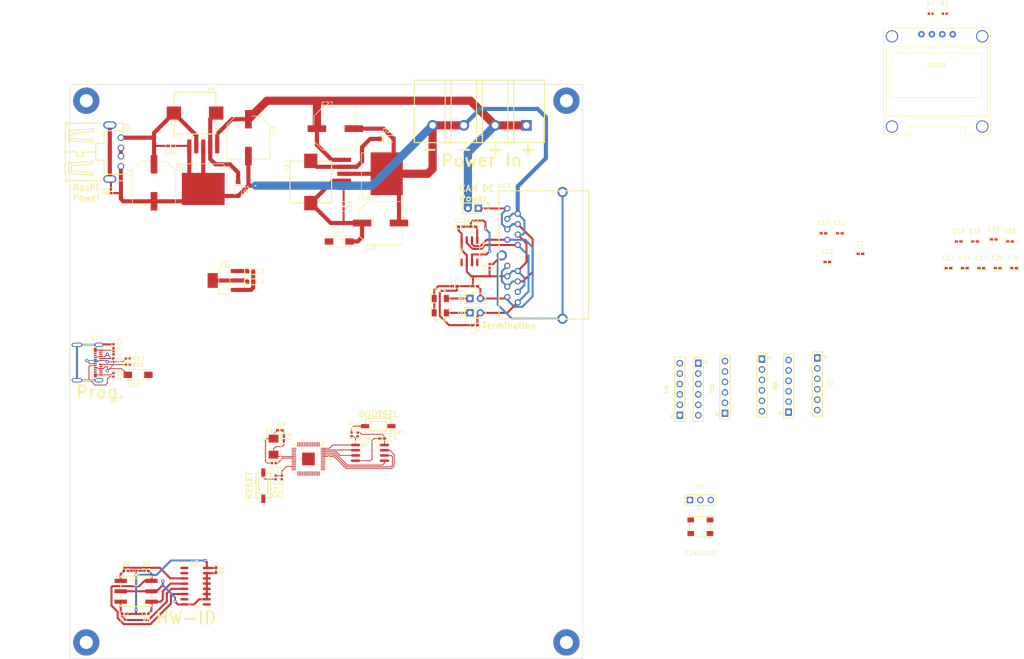
<source format=kicad_pcb>
(kicad_pcb (version 20221018) (generator pcbnew)
  (title_block (title "Dispensy Mainboard") (date "2024-01-12") (rev "0") (company "DrinkRobotics") (comment 1 "https://git.xythobuz.de/thomas/Dispensy") (comment 3 "PCB Thickness: 1mm") (comment 4 "DRAFT DRAFT DRAFT DRAFT DRAFT"))
  (layers (0 "F.Cu" signal) (31 "B.Cu" signal) (34 "B.Paste" user) (35 "F.Paste" user) (36 "B.SilkS" user "B.Silkscreen") (37 "F.SilkS" user "F.Silkscreen") (38 "B.Mask" user) (39 "F.Mask" user) (44 "Edge.Cuts" user))
  (net 0 "")
  (net 1 "GND")
  (net 2 "+3.3V")
  (net 3 "+VDC")
  (net 4 "/External PSU/Vout")
  (net 5 "+5V")
  (net 6 "Net-(U10-XIN)")
  (net 7 "Net-(X1-OSC2)")
  (net 8 "+1V1")
  (net 9 "Net-(U14-CANH)")
  (net 10 "Net-(C25-Pad1)")
  (net 11 "Net-(U14-CANL)")
  (net 12 "/RP2040/5V PSU/Vout")
  (net 13 "Net-(U3-OUT)")
  (net 14 "Net-(U16-OUT)")
  (net 15 "/RP2040/ADC3")
  (net 16 "/RP2040/ADC2")
  (net 17 "/RP2040/ADC1")
  (net 18 "/RP2040/ADC0")
  (net 19 "/RP2040/IO3")
  (net 20 "/RP2040/IO2")
  (net 21 "/RP2040/IO1")
  (net 22 "/RP2040/IO0")
  (net 23 "/RP2040/IO7")
  (net 24 "/RP2040/IO6")
  (net 25 "/RP2040/IO5")
  (net 26 "/RP2040/IO4")
  (net 27 "/RP2040/IO11")
  (net 28 "/RP2040/IO10")
  (net 29 "/RP2040/IO9")
  (net 30 "/RP2040/IO8")
  (net 31 "/RP2040/IO15")
  (net 32 "/RP2040/IO14")
  (net 33 "/RP2040/IO13")
  (net 34 "/RP2040/IO12")
  (net 35 "/RP2040/Debug_Rx")
  (net 36 "/RP2040/Debug_Tx")
  (net 37 "/RP2040/Debug_Data")
  (net 38 "/RP2040/Debug_Clock")
  (net 39 "Net-(U7-DO)")
  (net 40 "Net-(H8-Pad1)")
  (net 41 "Net-(H9-Pad1)")
  (net 42 "Net-(H10-Pad1)")
  (net 43 "/RP2040/I2C_SCL")
  (net 44 "/RP2040/I2C_SDA")
  (net 45 "Net-(U2-SH1)")
  (net 46 "/RP2040/SPI_FLASH.SS")
  (net 47 "Net-(R5-Pad1)")
  (net 48 "Net-(U9-D7)")
  (net 49 "Net-(U9-D6)")
  (net 50 "Net-(U9-D5)")
  (net 51 "Net-(U9-D4)")
  (net 52 "Net-(U10-RUN)")
  (net 53 "Net-(R11-Pad2)")
  (net 54 "Net-(U10-XOUT)")
  (net 55 "/RP2040/USBC.DP")
  (net 56 "Net-(U10-USB_DP)")
  (net 57 "/RP2040/USBC.DM")
  (net 58 "Net-(U10-USB_DM)")
  (net 59 "Net-(U15-CC2)")
  (net 60 "Net-(R16-Pad1)")
  (net 61 "/RP2040/USBC.SHIELD")
  (net 62 "Net-(U15-CC1)")
  (net 63 "Net-(U2-D+)")
  (net 64 "/RP2040/LED_Din")
  (net 65 "/RP2040/SPI_FLASH.SD1")
  (net 66 "/RP2040/SPI_FLASH.SD2")
  (net 67 "/RP2040/SPI_FLASH.SD3")
  (net 68 "/RP2040/SPI_FLASH.SCLK")
  (net 69 "/RP2040/SPI_FLASH.SD0")
  (net 70 "/RP2040/SR_Load")
  (net 71 "/RP2040/SR_Clock")
  (net 73 "/RP2040/SR_Data")
  (net 74 "Net-(U10-GPIO24)")
  (net 75 "Net-(U10-GPIO25)")
  (net 76 "/RP2040/USBC.VBUS")
  (footprint "jlc_footprints:HDR-TH_3P-P2.54-V-F" (layer "F.Cu") (at 188.5 136)
    (fp_text reference "H7")
    (fp_text value "WS2812")
  )
  (footprint "jlc_footprints:C0402" (layer "F.Cu") (at 248.954915 79.5)
    (fp_text reference "C13")
    (fp_text value "1uF")
  )
  (footprint "jlc_footprints:R1206" (layer "F.Cu") (at 125.12987 86.890145)
    (fp_text reference "R19")
    (fp_text value "60R4")
  )
  (footprint "jlc_footprints:TO-263-5_L10.6-W9.6-P1.70-LS15.9-BR" (layer "F.Cu") (at 67.36536 55.016638 90)
    (fp_text reference "U3")
    (fp_text value "LM2576S-5_0_TR")
  )
  (footprint "jlc_footprints:R0402" (layer "F.Cu") (at 86.5 130.5 -90)
    (fp_text reference "R10")
    (fp_text value "10K")
  )
  (footprint "jlc_footprints:CAP-SMD_BD10.0-L10.3-W10.3-FD" (layer "F.Cu") (at 99.565386 45.5)
    (fp_text reference "C27")
    (fp_text value "100uF")
  )
  (footprint "jlc_footprints:HDR-TH_6P-P2.54-V-F" (layer "F.Cu") (at 203.5 108 -90)
    (fp_text reference "H4")
    (fp_text value "IO_C")
  )
  (footprint "jlc_footprints:CONN-TH_4P-P7.62_L15.2-W31.7-EX4.2" (layer "F.Cu") (at 134.675368 44.700026 180)
    (fp_text reference "U1")
    (fp_text value "DBT50G-7_62-4P")
  )
  (footprint "jlc_footprints:R0402" (layer "F.Cu") (at 49 103 180)
    (fp_text reference "R14")
    (fp_text value "27R4")
  )
  (footprint "jlc_footprints:RJ45-TH_DS1129-05-S80BP-X" (layer "F.Cu") (at 147.515373 76.390145 90)
    (fp_text reference "U13")
    (fp_text value "CAN_IO")
  )
  (footprint "jlc_footprints:SOD-123_L2.8-W1.8-LS3.7-RD" (layer "F.Cu") (at 112.065386 48)
    (fp_text reference "D2")
    (fp_text value "MBR340F")
  )
  (footprint "jlc_footprints:C0402" (layer "F.Cu") (at 130.12987 69.390145 180)
    (fp_text reference "C23")
    (fp_text value "47nF")
  )
  (footprint "jlc_footprints:C0402" (layer "F.Cu") (at 222.5 71)
    (fp_text reference "C11")
    (fp_text value "100nF")
  )
  (footprint "jlc_footprints:CAP-SMD_BD10.0-L10.3-W10.3-FD" (layer "F.Cu") (at 78.36536 47.700026 -90)
    (fp_text reference "C2")
    (fp_text value "100uF")
  )
  (footprint "jlc_footprints:R0402" (layer "F.Cu") (at 53.5 153.235585)
    (fp_text reference "R6")
    (fp_text value "10K")
  )
  (footprint "jlc_footprints:C0402" (layer "F.Cu") (at 227.5 76)
    (fp_text reference "C1")
    (fp_text value "100nF")
  )
  (footprint "jlc_footprints:R0402" (layer "F.Cu") (at 49 101.5 180)
    (fp_text reference "R13")
    (fp_text value "27R4")
  )
  (footprint "jlc_footprints:C0402" (layer "F.Cu") (at 260.954915 79.5)
    (fp_text reference "C21")
    (fp_text value "100nF")
  )
  (footprint "jlc_footprints:C0402" (layer "F.Cu") (at 133.62987 83.890145)
    (fp_text reference "C26")
    (fp_text value "100pF")
  )
  (footprint "jlc_footprints:HDR-TH_6P-P2.54-V-F" (layer "F.Cu") (at 183.5 109 90)
    (fp_text reference "H6")
    (fp_text value "Debug")
  )
  (footprint "jlc_footprints:C0402" (layer "F.Cu") (at 263.954915 73)
    (fp_text reference "C16")
    (fp_text value "100nF")
  )
  (footprint "jlc_footprints:SOT-223-4_L6.5-W3.5-P2.30-LS7.0-BR" (layer "F.Cu") (at 72.5 82.5)
    (fp_text reference "U5")
    (fp_text value "AMS1117-3_3_C347222")
  )
  (footprint "jlc_footprints:SOIC-8_L5.0-W4.0-P1.27-LS6.0-BL" (layer "F.Cu") (at 132.224866 75.390145)
    (fp_text reference "U14")
    (fp_text value "TJA1042T_3_1J")
  )
  (footprint "jlc_footprints:LED-SMD_4P-L5.0-W5.0-LS5.4-TL-1" (layer "F.Cu") (at 188.5 142.5)
    (fp_text reference "U7")
    (fp_text value "WS2812E-V5")
  )
  (footprint "MountingHole:MountingHole_3.2mm_M3_Pad_TopBottom" (layer "F.Cu") (at 155.86536 38.700026)
    (fp_text reference "H12" hide)
    (fp_text value "MountingHole" hide)
  )
  (footprint "jlc_footprints:HDR-TH_6P-P2.54-V-F" (layer "F.Cu") (at 194.5 108.5 90)
    (fp_text reference "H1")
    (fp_text value "IO_ADC")
  )
  (footprint "jlc_footprints:R0402" (layer "F.Cu") (at 44.86536 60.767209 90)
    (fp_text reference "R3")
    (fp_text value "1M")
  )
  (footprint "jlc_footprints:C0402" (layer "F.Cu") (at 110.954788 121 180)
    (fp_text reference "C7")
    (fp_text value "100nF")
  )
  (footprint "jlc_footprints:C0402" (layer "F.Cu") (at 86.044958 119 180)
    (fp_text reference "C9")
    (fp_text value "27p")
  )
  (footprint "jlc_footprints:HDR-TH_2P-P2.54-V-M-1" (layer "F.Cu") (at 133.12987 64.890145 180)
    (fp_text reference "H8")
    (fp_text value "PWR")
  )
  (footprint "jlc_footprints:HDR-TH_6P-P2.54-V-F" (layer "F.Cu") (at 188 109 -90)
    (fp_text reference "H2")
    (fp_text value "IO_A")
  )
  (footprint "jlc_footprints:R0402" (layer "F.Cu") (at 244.634366 17.5)
    (fp_text reference "R1")
    (fp_text value "10K")
  )
  (footprint "jlc_footprints:R0402" (layer "F.Cu") (at 45.5 101 90)
    (fp_text reference "R20")
    (fp_text value "5K1")
  )
  (footprint "jlc_footprints:C0402" (layer "F.Cu") (at 251.454915 73)
    (fp_text reference "C18")
    (fp_text value "100nF")
  )
  (footprint "jlc_footprints:USB-C-SMD_TYPE-C-USB-18" (layer "F.Cu") (at 39.5 102.5 -90)
    (fp_text reference "U15")
    (fp_text value "USB-C")
  )
  (footprint "jlc_footprints:C0402" (layer "F.Cu") (at 219.454915 78)
    (fp_text reference "C12")
    (fp_text value "1uF")
  )
  (footprint "jlc_footprints:OSC-SMD_2P-L5.0-W3.2" (layer "F.Cu") (at 84.499873 123 90)
    (fp_text reference "X1")
    (fp_text value "12MHz")
  )
  (footprint "jlc_footprints:SW-SMD_L6.1-W3.6-LS6.6" (layer "F.Cu") (at 109.999873 118)
    (fp_text reference "SW1")
    (fp_text value "BOOTSEL")
  )
  (footprint "MountingHole:MountingHole_3.2mm_M3_Pad_TopBottom" (layer "F.Cu") (at 38.86536 38.700026)
    (fp_text reference "H11" hide)
    (fp_text value "MountingHole" hide)
  )
  (footprint "jlc_footprints:TO-263-5_L10.6-W9.6-P1.70-LS15.9-BR" (layer "F.Cu") (at 106.881998 56.5 180)
    (fp_text reference "U16")
    (fp_text value "LM2576S-5_0_TR")
  )
  (footprint "jlc_footprints:R0402" (layer "F.Cu") (at 85 130.5 -90)
    (fp_text reference "R11")
    (fp_text value "1K")
  )
  (footprint "jlc_footprints:R0402" (layer "F.Cu") (at 84.567056 127)
    (fp_text reference "R12")
    (fp_text value "1K")
  )
  (footprint "jlc_footprints:HDR-TH_6P-P2.54-V-F" (layer "F.Cu") (at 217 107.729997 -90)
    (fp_text reference "H3")
    (fp_text value "IO_B")
  )
  (footprint "jlc_footprints:SW-SMD_L6.1-W3.6-LS6.6" (layer "F.Cu") (at 82 132.5 -90)
    (fp_text reference "SW2")
    (fp_text value "RESET")
  )
  (footprint "jlc_footprints:R0402" (layer "F.Cu") (at 45.5 98.5 -90)
    (fp_text reference "R17")
    (fp_text value "1M")
  )
  (footprint "jlc_footprints:R0402" (layer "F.Cu") (at 104.999873 120 -90)
    (fp_text reference "R4")
    (fp_text value "10K")
  )
  (footprint "jlc_footprints:R0402" (layer "F.Cu") (at 45.5 105.5 90)
    (fp_text reference "R15")
    (fp_text value "5K1")
  )
  (footprint "jlc_footprints:C0402" (layer "F.Cu") (at 264.954915 79.5)
    (fp_text reference "C20")
    (fp_text value "100nF")
  )
  (footprint "jlc_footprints:SOIC-8_L5.3-W5.3-P1.27-LS8.0-BL" (layer "F.Cu") (at 107.999873 124.5 -90)
    (fp_text reference "U8")
    (fp_text value "W25Q128JVSIQ")
  )
  (footprint "jlc_footprints:C0402" (layer "F.Cu") (at 133.62987 93.390145 180)
    (fp_text reference "C24")
    (fp_text value "100pF")
  )
  (footprint "jlc_footprints:SMA_L4.4-W2.8-LS5.4-R-RD" (layer "F.Cu") (at 100.5 73)
    (fp_text reference "U11")
    (fp_text value "SS54_C22452")
  )
  (footprint "MountingHole:MountingHole_3.2mm_M3_Pad_TopBottom" (layer "F.Cu") (at 155.86536 170.700026)
    (fp_text reference "H14" hide)
    (fp_text value "MountingHole" hide)
  )
  (footprint "jlc_footprints:CAP-SMD_BD10.0-L10.3-W10.3-LS11.3-FD" (layer "F.Cu") (at 55.36536 58.700026 -90)
    (fp_text reference "C3")
    (fp_text value "1000uF")
  )
  (footprint "jlc_footprints:CAP-SMD_BD10.0-L10.3-W10.3-LS11.3-FD" (layer "F.Cu") (at 110.565386 68.5)
    (fp_text reference "C28")
    (fp_text value "1000uF")
  )
  (footprint "jlc_footprints:C0402" (layer "F.Cu") (at 218.5 71)
    (fp_text reference "C10")
    (fp_text value "100nF")
  )
  (footprint "jlc_footprints:C0603" (layer "F.Cu") (at 78.8349 80.299975)
    (fp_text reference "C5")
    (fp_text value "10uF")
  )
  (footprint "jlc_footprints:C0402" (layer "F.Cu") (at 255.454915 73)
    (fp_text reference "C19")
    (fp_text value "100nF")
  )
  (footprint "jlc_footprints:C0402" (layer "F.Cu") (at 260 72.5)
    (fp_text reference "C15")
    (fp_text value "100nF")
  )
  (footprint "jlc_footprints:R0402" (layer "F.Cu") (at 137.12987 78.957328 -90)
    (fp_text reference "R16")
    (fp_text value "1M")
  )
  (footprint "jlc_footprints:SMA_L4.4-W2.8-LS5.4-R-RD" (layer "F.Cu") (at 51.5 105.5 180)
    (fp_text reference "U12")
    (fp_text value "SS54_C22452")
  )
  (footprint "jlc_footprints:R0402" (layer "F.Cu") (at 103.499873 120 -90)
    (fp_text reference "R5")
    (fp_text value "1K")
  )
  (footprint "jlc_footprints:SW-SMD_SM_SKCR-16S" (layer "F.Cu") (at 51 158.235585 90)
    (fp_text reference "U6")
    (fp_text value "SKCR-16S")
  )
  (footprint "jlc_footprints:C0603" (layer "F.Cu") (at 78.8349 82.799975)
    (fp_text reference "C4")
    (fp_text value "10uF")
  )
  (footprint "jlc_footprints:C0402" (layer "F.Cu") (at 128.62987 83.890145)
    (fp_text reference "C25")
    (fp_text value "4.7nF")
  )
  (footprint "jlc_footprints:C0402" (layer "F.Cu") (at 252.954915 79.5)
    (fp_text reference "C14")
    (fp_text value "100nF")
  )
  (footprint "jlc_footprints:R1206" (layer "F.Cu") (at 125.12987 90.390145 180)
    (fp_text reference "R18")
    (fp_text value "60R4")
  )
  (footprint "jlc_footprints:USB-A-TH_USB-302-T" (layer "F.Cu") (at 45.956673 51.200026 -90)
    (fp_text reference "U2")
    (fp_text value "USB-A")
  )
  (footprint "jlc_footprints:C0402" (layer "F.Cu") (at 70.5 153.045085 90)
    (fp_text reference "C6")
    (fp_text value "100nF")
  )
  (footprint "jlc_footprints:SOIC-16_L9.9-W3.9-P1.27-LS6.0-BL" (layer "F.Cu") (at 65.5 157 -90)
    (fp_text reference "U9")
    (fp_text value "74HC165D,653")
  )
  (footprint "jlc_footprints:R0402" (layer "F.Cu") (at 248.067183 17.5)
    (fp_text reference "R2")
    (fp_text value "10K")
  )
  (footprint "MountingHole:MountingHole_3.2mm_M3_Pad_TopBottom" (layer "F.Cu") (at 38.86536 170.700026)
    (fp_text reference "H13" hide)
    (fp_text value "MountingHole" hide)
  )
  (footprint "jlc_footprints:SOD-123_L2.8-W1.8-LS3.7-RD" (layer "F.Cu") (at 75.86536 60.200026 -90)
    (fp_text reference "D1")
    (fp_text value "MBR340F")
  )
  (footprint "jlc_footprints:IND-SMD_L11.5-W10.0_YSPI1050" (layer "F.Cu") (at 93.565386 58.5 -90)
    (fp_text reference "U17")
    (fp_text value "100uH")
  )
  (footprint "jlc_footprints:LQFN-56_L7.0-W7.0-P0.4-EP" (layer "F.Cu") (at 92.999873 126 -90)
    (fp_text reference "U10")
    (fp_text value "RP2040")
  )
  (footprint "jlc_footprints:HDR-TH_6P-P2.54-V-F" (layer "F.Cu") (at 210 108.229997 90)
    (fp_text reference "H5")
    (fp_text value "IO_D")
  )
  (footprint "jlc_footprints:IND-SMD_L11.5-W10.0_YSPI1050" (layer "F.Cu") (at 65.36536 41.700026 180)
    (fp_text reference "U4")
    (fp_text value "100uH")
  )
  (footprint "jlc_footprints:R0402" (layer "F.Cu") (at 53.5 163.735585)
    (fp_text reference "R8")
    (fp_text value "10K")
  )
  (footprint "jlc_footprints:C0402" (layer "F.Cu") (at 86.999873 121 -90)
    (fp_text reference "C8")
    (fp_text value "27p")
  )
  (footprint "jlc_footprints:C0402" (layer "F.Cu") (at 59.410445 49.700026 180)
    (fp_text reference "C29")
    (fp_text value "100nF")
  )
  (footprint "jlc_footprints:R0402" (layer "F.Cu") (at 48.5 153.235585 180)
    (fp_text reference "R9")
    (fp_text value "10K")
  )
  (footprint "extern:SSD1306_0.96_Oled" (layer "F.Cu") (at 233.19 47)
    (fp_text reference "OLED1")
    (fp_text value "SSD1306")
  )
  (footprint "jlc_footprints:C0402" (layer "F.Cu") (at 133.12987 69.390145)
    (fp_text reference "C22")
    (fp_text value "100nF")
  )
  (footprint "jlc_footprints:C0402" (layer "F.Cu") (at 256.954915 79.5)
    (fp_text reference "C17")
    (fp_text value "100nF")
  )
  (footprint "jlc_footprints:HDR-TH_2P-P2.54-V-M-1" (layer "F.Cu") (at 133.62987 86.890145)
    (fp_text reference "H10")
    (fp_text value "T_CL")
  )
  (footprint "jlc_footprints:R0402" (layer "F.Cu") (at 48.067183 163.735585 180)
    (fp_text reference "R7")
    (fp_text value "10K")
  )
  (footprint "jlc_footprints:HDR-TH_2P-P2.54-V-M-1" (layer "F.Cu") (at 133.62987 90.390145)
    (fp_text reference "H9")
    (fp_text value "T_CH")
  )
  (footprint "jlc_footprints:C0402" (layer "F.Cu") (at 101.565386 64.454915 -90)
    (fp_text reference "C30")
    (fp_text value "100nF")
  )
  (gr_rect (start 34.86536 34.700026) (end 159.86536 174.700026) (stroke (width 0.1)) (fill none) (layer "Edge.Cuts"))
  (gr_text "BOOTSEL" (at 104.999873 116) (layer "F.SilkS") (effects (font (size 1.5 1.5) (thickness 0.3) bold) (justify left bottom)))
  (gr_text "Power In" (at 125 55) (layer "F.SilkS") (effects (font (size 3 3) (thickness 0.5) bold) (justify left bottom)))
  (gr_text "-" (at 120.36536 52.200026) (layer "F.SilkS") (effects (font (size 3 3) (thickness 0.5) bold) (justify left bottom)))
  (gr_text "Termination" (at 135.12987 94.390145) (layer "F.SilkS") (effects (font (size 1.5 1.5) (thickness 0.3) bold) (justify left bottom)))
  (gr_text "+" (at 136.36536 52.200026) (layer "F.SilkS") (effects (font (size 3 3) (thickness 0.5) bold) (justify left bottom)))
  (gr_text "RasPi\nPower" (at 35.36536 63.200026) (layer "F.SilkS") (effects (font (size 1.5 1.5) (thickness 0.3) bold) (justify left bottom)))
  (gr_text "HW-ID" (at 55.5 166.5) (layer "F.SilkS") (effects (font (size 3 3) (thickness 0.5) bold) (justify left bottom)))
  (gr_text "Prog." (at 36 111.5) (layer "F.SilkS") (effects (font (size 3 3) (thickness 0.5) bold) (justify left bottom)))
  (gr_text "+" (at 144.36536 52.200026) (layer "F.SilkS") (effects (font (size 3 3) (thickness 0.5) bold) (justify left bottom)))
  (gr_text "RESET" (at 79.5 136 90) (layer "F.SilkS") (effects (font (size 1.5 1.5) (thickness 0.3) bold) (justify left bottom)))
  (gr_text "CAN DC\nPower" (at 129.62987 63.390145) (layer "F.SilkS") (effects (font (size 1.5 1.5) (thickness 0.3) bold) (justify left bottom)))
  (gr_text "-" (at 128.86536 52.200026) (layer "F.SilkS") (effects (font (size 3 3) (thickness 0.5) bold) (justify left bottom)))
  (segment (start 78.36536 59.392431) (end 75.86536 61.892431) (width 1) (layer "F.Cu") (net 1))
  (segment (start 75.86536 61.892431) (end 69.057765 61.892431) (width 1) (layer "F.Cu") (net 1))
  (segment (start 68.235585 157.635001) (end 68.235585 156.364999) (width 0.5) (layer "F.Cu") (net 1))
  (segment (start 67.36536 49.83325) (end 67.36536 60.200026) (width 1) (layer "F.Cu") (net 1))
  (segment (start 45.5 98.932817) (end 45.5 99.5) (width 0.5) (layer "F.Cu") (net 1))
  (segment (start 44.929998 105.5) (end 45.362815 105.067183) (width 0.2) (layer "F.Cu") (net 1))
  (segment (start 133.084785 83.890145) (end 133.084785 81.515113) (width 0.5) (layer "F.Cu") (net 1))
  (segment (start 57.5 155.735585) (end 57.5 156.735585) (width 0.5) (layer "F.Cu") (net 1))
  (segment (start 47.865233 63.199899) (end 55.36536 63.199899) (width 1) (layer "F.Cu") (net 1))
  (segment (start 113.757791 54.807595) (end 112.065386 56.5) (width 1) (layer "F.Cu") (net 1))
  (segment (start 115.065259 68.5) (end 115.065259 59.499873) (width 1) (layer "F.Cu") (net 1))
  (segment (start 108.499873 121.5) (end 108.999873 121) (width 0.2) (layer "F.Cu") (net 1))
  (segment (start 129 85) (end 129.174955 84.825045) (width 0.5) (layer "F.Cu") (net 1))
  (segment (start 125.5 85) (end 129 85) (width 0.5) (layer "F.Cu") (net 1))
  (segment (start 108.499873 126) (end 108.499873 121.5) (width 0.2) (layer "F.Cu") (net 1))
  (segment (start 144.000362 80.200026) (end 146.12987 78.070518) (width 0.5) (layer "F.Cu") (net 1))
  (segment (start 64.365487 63.199899) (end 67.36536 60.200026) (width 1) (layer "F.Cu") (net 1))
  (segment (start 86.590043 119) (end 86.999873 119.40983) (width 0.2) (layer "F.Cu") (net 1))
  (segment (start 131.589865 80.35014) (end 132.709753 81.470028) (width 0.5) (layer "F.Cu") (net 1))
  (segment (start 108.665335 59.900051) (end 112.065386 56.5) (width 1) (layer "F.Cu") (net 1))
  (segment (start 68.235585 158.905004) (end 68.235585 157.635001) (width 0.5) (layer "F.Cu") (net 1))
  (segment (start 42.409957 99.5) (end 41.16002 99.5) (width 0.2) (layer "F.Cu") (net 1))
  (segment (start 125 85.5) (end 125.5 85) (width 0.5) (layer "F.Cu") (net 1))
  (segment (start 41.16002 105.5) (end 41.059944 105.600076) (width 0.2) (layer "F.Cu") (net 1))
  (segment (start 113.757791 48) (end 113.757791 54.807595) (width 1) (layer "F.Cu") (net 1))
  (segment (start 45.362815 105.067183) (end 45.5 105.067183) (width 0.2) (layer "F.Cu") (net 1))
  (segment (start 127.254394 93.390145) (end 125 91.135751) (width 0.5) (layer "F.Cu") (net 1))
  (segment (start 70.265176 153.824994) (end 70.5 153.59017) (width 0.5) (layer "F.Cu") (net 1))
  (segment (start 79.534925 80.299975) (end 79.534925 82.799975) (width 1) (layer "F.Cu") (net 1))
  (segment (start 45.5 99.5) (end 45.5 100.567183) (width 0.5) (layer "F.Cu") (net 1))
  (segment (start 69.057765 61.892431) (end 67.36536 60.200026) (width 1) (layer "F.Cu") (net 1))
  (segment (start 137.12987 79.390145) (end 137.12987 81.470028) (width 0.5) (layer "F.Cu") (net 1))
  (segment (start 78.36536 52.199899) (end 78.36536 59.392431) (width 1) (layer "F.Cu") (net 1))
  (segment (start 104.065259 45.5) (end 111.257791 45.5) (width 1) (layer "F.Cu") (net 1))
  (segment (start 68.235585 160.175006) (end 68.235585 158.905004) (width 0.5) (layer "F.Cu") (net 1))
  (segment (start 65.11557 161.445009) (end 62.764415 161.445009) (width 0.5) (layer "F.Cu") (net 1))
  (segment (start 42.409957 99.5) (end 45.5 99.5) (width 0.2) (layer "F.Cu") (net 1))
  (segment (start 79.534925 84.249975) (end 79.534925 82.799975) (width 1) (layer "F.Cu") (net 1))
  (segment (start 130.86536 44.700026) (end 123.245345 44.700026) (width 2) (layer "F.Cu") (net 1))
  (segment (start 101.69861 56.5) (end 112.065386 56.5) (width 1) (layer "F.Cu") (net 1))
  (segment (start 130.319862 71.080137) (end 129.584785 70.34506) (width 0.5) (layer "F.Cu") (net 1))
  (segment (start 57.5 156.735585) (end 56 158.235585) (width 0.5) (layer "F.Cu") (net 1))
  (segment (start 63.965309 49.83325) (end 63.965309 56.799975) (width 1) (layer "F.Cu") (net 1))
  (segment (start 108.094869 126.405004) (end 108.499873 126) (width 0.2) (layer "F.Cu") (net 1))
  (segment (start 115.065259 59.499873) (end 112.065386 56.5) (width 1) (layer "F.Cu") (net 1))
  (segment (start 47.311639 61.200026) (end 47.311639 62.646305) (width 1) (layer "F.Cu") (net 1))
  (segment (start 131.589865 76.35014) (end 130.319862 75.080137) (width 0.5) (layer "F.Cu") (net 1))
  (segment (start 129.174955 84.825045) (end 129.174955 83.890145) (width 0.5) (layer "F.Cu") (net 1))
  (segment (start 108.999873 121) (end 110.409703 121) (width 0.2) (layer "F.Cu") (net 1))
  (segment (start 122.065386 56.5) (end 112.065386 56.5) (width 2) (layer "F.Cu") (net 1))
  (segment (start 41.16002 99.5) (end 41.059944 99.399924) (width 0.2) (layer "F.Cu") (net 1))
  (segment (start 42.409957 105.5) (end 41.16002 105.5) (width 0.2) (layer "F.Cu") (net 1))
  (segment (start 68.235585 160.175006) (end 66.385573 160.175006) (width 0.5) (layer "F.Cu") (net 1))
  (segment (start 125 91.135751) (end 125 85.5) (width 0.5) (layer "F.Cu") (net 1))
  (segment (start 123.245345 44.700026) (end 123.245345 55.320041) (width 2) (layer "F.Cu") (net 1))
  (segment (start 42.409957 105.5) (end 44.929998 105.5) (width 0.2) (layer "F.Cu") (net 1))
  (segment (start 55.36536 63.199899) (end 64.365487 63.199899) (width 1) (layer "F.Cu") (net 1))
  (segment (start 68.235585 153.824994) (end 68.235585 155.094996) (width 0.5) (layer "F.Cu") (net 1))
  (segment (start 68.235585 153.824994) (end 70.265176 153.824994) (width 0.5) (layer "F.Cu") (net 1))
  (segment (start 146.12987 73.439516) (end 144.000362 71.310008) (width 0.5) (layer "F.Cu") (net 1))
  (segment (start 78.984925 84.799975) (end 79.534925 84.249975) (width 1) (layer "F.Cu") (net 1))
  (segment (start 130.319862 75.080137) (end 130.319862 72.68504) (width 0.5) (layer "F.Cu") (net 1))
  (segment (start 133.084785 93.390145) (end 127.254394 93.390145) (width 0.5) (layer "F.Cu") (net 1))
  (segment (start 63.965309 56.799975) (end 67.36536 60.200026) (width 1) (layer "F.Cu") (net 1))
  (segment (start 61.209424 161.445009) (end 60.5 160.735585) (width 0.5) (layer "F.Cu") (net 1))
  (segment (start 47.311639 54.700153) (end 47.311639 61.200026) (width 1) (layer "F.Cu") (net 1))
  (segment (start 133.12987 81.470028) (end 137.12987 81.470028) (width 0.5) (layer "F.Cu") (net 1))
  (segment (start 146.12987 78.070518) (end 146.12987 73.439516) (width 0.5) (layer "F.Cu") (net 1))
  (segment (start 59.95553 49.700026) (end 63.832085 49.700026) (width 0.5) (layer "F.Cu") (net 1))
  (segment (start 104.469774 126.405004) (end 108.094869 126.405004) (width 0.2) (layer "F.Cu") (net 1))
  (segment (start 129.584785 69.390145) (end 129.584785 70.34506) (width 0.5) (layer "F.Cu") (net 1))
  (segment (start 56 158.235585) (end 54.750064 158.235585) (width 0.5) (layer "F.Cu") (net 1))
  (segment (start 101.565386 60.033275) (end 101.69861 59.900051) (width 0.5) (layer "F.Cu") (net 1))
  (segment (start 101.69861 59.900051) (end 108.665335 59.900051) (width 1) (layer "F.Cu") (net 1))
  (segment (start 130.319862 72.68504) (end 130.319862 71.080137) (width 0.5) (layer "F.Cu") (net 1))
  (segment (start 86.999873 119.40983) (end 86.999873 120.454915) (width 0.2) (layer "F.Cu") (net 1))
  (segment (start 47.311639 62.646305) (end 47.865233 63.199899) (width 1) (layer "F.Cu") (net 1))
  (segment (start 44.86536 61.200026) (end 47.311639 61.200026) (width 0.5) (layer "F.Cu") (net 1))
  (segment (start 123.245345 55.320041) (end 122.065386 56.5) (width 2) (layer "F.Cu") (net 1))
  (segment (start 47.249936 158.235585) (end 54.750064 158.235585) (width 0.5) (layer "F.Cu") (net 1))
  (segment (start 62.764415 161.445009) (end 61.209424 161.445009) (width 0.5) (layer "F.Cu") (net 1))
  (segment (start 137.12987 81.470028) (end 141.460356 81.470028) (width 0.5) (layer "F.Cu") (net 1))
  (segment (start 111.257791 45.5) (end 113.757791 48) (width 1) (layer "F.Cu") (net 1))
  (segment (start 132.709753 81.470028) (end 133.12987 81.470028) (width 0.5) (layer "F.Cu") (net 1))
  (segment (start 75.3349 84.799975) (end 78.984925 84.799975) (width 1) (layer "F.Cu") (net 1))
  (segment (start 66.385573 160.175006) (end 65.11557 161.445009) (width 0.5) (layer "F.Cu") (net 1))
  (segment (start 101.565386 63.90983) (end 101.565386 60.033275) (width 0.5) (layer "F.Cu") (net 1))
  (segment (start 133.084785 83.890145) (end 129.174955 83.890145) (width 0.5) (layer "F.Cu") (net 1))
  (segment (start 63.832085 49.700026) (end 63.965309 49.83325) (width 0.5) (layer "F.Cu") (net 1))
  (segment (start 78.36536 59.392431) (end 80.107569 59.392431) (width 1) (layer "F.Cu") (net 1))
  (segment (start 131.589865 78.09525) (end 131.589865 76.35014) (width 0.5) (layer "F.Cu") (net 1))
  (segment (start 131.589865 78.09525) (end 131.589865 80.35014) (width 0.5) (layer "F.Cu") (net 1))
  (segment (start 133.084785 81.515113) (end 133.12987 81.470028) (width 0.5) (layer "F.Cu") (net 1))
  (segment (start 68.235585 156.364999) (end 68.235585 155.094996) (width 0.5) (layer "F.Cu") (net 1))
  (via (at 60.5 160.735585) (size 0.8) (drill 0.4) (layers "F.Cu" "B.Cu") (net 1))
  (via (at 80.107569 59.392431) (size 0.8) (drill 0.4) (layers "F.Cu" "B.Cu") (net 1))
  (via (at 57.5 155.735585) (size 0.8) (drill 0.4) (layers "F.Cu" "B.Cu") (net 1))
  (segment (start 108.55294 59.392431) (end 123.245345 44.700026) (width 2) (layer "B.Cu") (net 1))
  (segment (start 145.62987 81.829534) (end 144.000362 80.200026) (width 0.5) (layer "B.Cu") (net 1))
  (segment (start 142.730358 80.200026) (end 141.460356 81.470028) (width 0.5) (layer "B.Cu") (net 1))
  (segment (start 57.5 156.735585) (end 57.5 155.735585) (width 0.5) (layer "B.Cu") (net 1))
  (segment (start 145.62987 83.650528) (end 145.62987 81.829534) (width 0.5) (layer "B.Cu") (net 1))
  (segment (start 60.5 159.735585) (end 57.5 156.735585) (width 0.5) (layer "B.Cu") (net 1))
  (segment (start 144.000362 80.200026) (end 142.730358 80.200026) (width 0.5) (layer "B.Cu") (net 1))
  (segment (start 134.86536 40.700026) (end 130.86536 44.700026) (width 1) (layer "B.Cu") (net 1))
  (segment (start 144.000362 71.310008) (end 145.210007 71.310008) (width 0.5) (layer "B.Cu") (net 1))
  (segment (start 142.730358 66.229998) (end 141.460356 67.5) (width 0.5) (layer "B.Cu") (net 1))
  (segment (start 60.5 160.735585) (end 60.5 159.735585) (width 0.5) (layer "B.Cu") (net 1))
  (segment (start 145.62987 67.859506) (end 144.000362 66.229998) (width 0.5) (layer "B.Cu") (net 1))
  (segment (start 145.210007 71.310008) (end 145.62987 70.890145) (width 0.5) (layer "B.Cu") (net 1))
  (segment (start 80.107569 59.392431) (end 108.55294 59.392431) (width 2) (layer "B.Cu") (net 1))
  (segment (start 148.86536 40.700026) (end 134.86536 40.700026) (width 1) (layer "B.Cu") (net 1))
  (segment (start 144.000362 85.280036) (end 145.62987 83.650528) (width 0.5) (layer "B.Cu") (net 1))
  (segment (start 150.86536 52.700026) (end 150.86536 42.700026) (width 1) (layer "B.Cu") (net 1))
  (segment (start 150.86536 42.700026) (end 148.86536 40.700026) (width 1) (layer "B.Cu") (net 1))
  (segment (start 144.000362 66.229998) (end 142.730358 66.229998) (width 0.5) (layer "B.Cu") (net 1))
  (segment (start 145.62987 70.890145) (end 145.62987 67.859506) (width 0.5) (layer "B.Cu") (net 1))
  (segment (start 144.000362 59.565024) (end 150.86536 52.700026) (width 1) (layer "B.Cu") (net 1))
  (segment (start 144.000362 66.229998) (end 144.000362 59.565024) (width 1) (layer "B.Cu") (net 1))
  (segment (start 68.235585 152.554991) (end 70.445009 152.554991) (width 0.5) (layer "F.Cu") (net 2))
  (segment (start 111.499873 120.5) (end 110.999873 120) (width 0.2) (layer "F.Cu") (net 2))
  (segment (start 68.235585 151.146176) (end 67.824994 150.735585) (width 0.5) (layer "F.Cu") (net 2))
  (segment (start 111.529972 122.594996) (end 111.529972 121.030099) (width 0.2) (layer "F.Cu") (net 2))
  (segment (start 53.067183 163.735585) (end 51 163.735585) (width 0.5) (layer "F.Cu") (net 2))
  (segment (start 77.8349 82.5) (end 78.134875 82.799975) (width 1) (layer "F.Cu") (net 2))
  (segment (start 134.12987 69.84506) (end 133.674955 69.390145) (width 0.5) (layer "F.Cu") (net 2))
  (segment (start 134.12987 72.68504) (end 134.12987 69.84506) (width 0.5) (layer "F.Cu") (net 2))
  (segment (start 111.499873 121) (end 111.499873 120.5) (width 0.2) (layer "F.Cu") (net 2))
  (segment (start 111.529972 121.030099) (end 111.499873 121) (width 0.2) (layer "F.Cu") (net 2))
  (segment (start 51 163.735585) (end 48.5 163.735585) (width 0.5) (layer "F.Cu") (net 2))
  (segment (start 75.3349 82.5) (end 77.8349 82.5) (width 1) (layer "F.Cu") (net 2))
  (segment (start 110.999873 120) (end 105.999873 120) (width 0.2) (layer "F.Cu") (net 2))
  (segment (start 51 162.735585) (end 51 163.735585) (width 0.5) (layer "F.Cu") (net 2))
  (segment (start 75.3349 82.5) (end 69.6651 82.5) (width 1) (layer "F.Cu") (net 2))
  (segment (start 51 153.235585) (end 51 154.235585) (width 0.5) (layer "F.Cu") (net 2))
  (segment (start 70.445009 152.554991) (end 70.5 152.5) (width 0.5) (layer "F.Cu") (net 2))
  (segment (start 51 153.235585) (end 48.932817 153.235585) (width 0.5) (layer "F.Cu") (net 2))
  (segment (start 68.235585 152.554991) (end 68.235585 151.146176) (width 0.5) (layer "F.Cu") (net 2))
  (segment (start 105.567056 119.567183) (end 104.999873 119.567183) (width 0.2) (layer "F.Cu") (net 2))
  (segment (start 53.067183 153.235585) (end 51 153.235585) (width 0.5) (layer "F.Cu") (net 2))
  (segment (start 105.999873 120) (end 105.567056 119.567183) (width 0.2) (layer "F.Cu") (net 2))
  (via (at 51 154.235585) (size 0.8) (drill 0.4) (layers "F.Cu" "B.Cu") (net 2))
  (via (at 51 162.735585) (size 0.8) (drill 0.4) (layers "F.Cu" "B.Cu") (net 2))
  (via (at 67.824994 150.735585) (size 0.8) (drill 0.4) (layers "F.Cu" "B.Cu") (net 2))
  (segment (start 56 154.235585) (end 51 154.235585) (width 0.5) (layer "B.Cu") (net 2))
  (segment (start 59.5 150.735585) (end 56 154.235585) (width 0.5) (layer "B.Cu") (net 2))
  (segment (start 59.5 150.735585) (end 67.824994 150.735585) (width 0.5) (layer "B.Cu") (net 2))
  (segment (start 51 154.235585) (end 51 162.735585) (width 0.5) (layer "B.Cu") (net 2))
  (segment (start 74.365233 43.200153) (end 78.36536 43.200153) (width 1) (layer "F.Cu") (net 3))
  (segment (start 101.69861 53.099949) (end 98.665335 53.099949) (width 1) (layer "F.Cu") (net 3))
  (segment (start 82.865487 38.700026) (end 78.36536 43.200153) (width 2) (layer "F.Cu") (net 3))
  (segment (start 132.485376 38.700026) (end 94.86536 38.700026) (width 2) (layer "F.Cu") (net 3))
  (segment (start 98.665335 53.099949) (end 95.065513 49.500127) (width 1) (layer "F.Cu") (net 3))
  (segment (start 70.765411 49.83325) (end 70.765411 46.799975) (width 1) (layer "F.Cu") (net 3))
  (segment (start 138.485376 44.700026) (end 132.485376 38.700026) (width 2) (layer "F.Cu") (net 3))
  (segment (start 95.065513 38.900179) (end 95.065513 45.5) (width 2) (layer "F.Cu") (net 3))
  (segment (start 95.065513 49.500127) (end 95.065513 45.5) (width 1) (layer "F.Cu") (net 3))
  (segment (start 94.86536 38.700026) (end 82.865487 38.700026) (width 2) (layer "F.Cu") (net 3))
  (segment (start 94.86536 38.700026) (end 95.065513 38.900179) (width 2) (layer "F.Cu") (net 3))
  (segment (start 70.765411 46.799975) (end 74.365233 43.200153) (width 1) (layer "F.Cu") (net 3))
  (segment (start 138.485376 44.700026) (end 146.105391 44.700026) (width 2) (layer "F.Cu") (net 3))
  (segment (start 138.485376 44.700026) (end 131.859867 51.325535) (width 2) (layer "B.Cu") (net 3))
  (segment (start 131.859867 51.325535) (end 131.859867 64.890145) (width 2) (layer "B.Cu") (net 3))
  (segment (start 55.36536 49.700026) (end 55.36536 47.700026) (width 1) (layer "F.Cu") (net 4))
  (segment (start 65.665335 49.83325) (end 65.665335 47.150115) (width 1) (layer "F.Cu") (net 4))
  (segment (start 47.311639 47.700153) (end 55.365233 47.700153) (width 1) (layer "F.Cu") (net 4))
  (segment (start 65.665335 47.150115) (end 60.215246 41.700026) (width 1) (layer "F.Cu") (net 4))
  (segment (start 55.36536 46.549912) (end 60.215246 41.700026) (width 1) (layer "F.Cu") (net 4))
  (segment (start 55.36536 47.700026) (end 55.36536 46.549912) (width 1) (layer "F.Cu") (net 4))
  (segment (start 55.365233 47.700153) (end 55.36536 47.700026) (width 1) (layer "F.Cu") (net 4))
  (segment (start 55.36536 54.200153) (end 55.36536 49.700026) (width 1) (layer "F.Cu") (net 4))
  (segment (start 58.86536 49.700026) (end 55.36536 49.700026) (width 0.5) (layer "F.Cu") (net 4))
  (segment (start 133.12987 67.890145) (end 135.62987 67.890145) (width 0.5) (layer "F.Cu") (net 5))
  (segment (start 132.859867 76.160148) (end 136.359867 76.160148) (width 0.5) (layer "F.Cu") (net 5))
  (segment (start 130.674955 69.390145) (end 132.584785 69.390145) (width 0.5) (layer "F.Cu") (net 5))
  (segment (start 136.12987 68.390145) (end 136.12987 69.890145) (width 0.5) (layer "F.Cu") (net 5))
  (segment (start 78.034925 80.200025) (end 78.134875 80.299975) (width 1) (layer "F.Cu") (net 5))
  (segment (start 136.359867 76.160148) (end 137.12987 75.390145) (width 0.5) (layer "F.Cu") (net 5))
  (segment (start 75.3349 80.200025) (end 78.034925 80.200025) (width 1) (layer "F.Cu") (net 5))
  (segment (start 132.584785 68.43523) (end 133.12987 67.890145) (width 0.5) (layer "F.Cu") (net 5))
  (segment (start 132.584785 69.390145) (end 132.584785 68.43523) (width 0.5) (layer "F.Cu") (net 5))
  (segment (start 132.859867 78.09525) (end 132.859867 76.160148) (width 0.5) (layer "F.Cu") (net 5))
  (segment (start 135.62987 67.890145) (end 136.12987 68.390145) (width 0.5) (layer "F.Cu") (net 5))
  (via (at 137.12987 75.390145) (size 0.8) (drill 0.4) (layers "F.Cu" "B.Cu") (net 5))
  (via (at 136.12987 69.890145) (size 0.8) (drill 0.4) (layers "F.Cu" "B.Cu") (net 5))
  (segment (start 137.12987 75.390145) (end 137.12987 70.890145) (width 0.5) (layer "B.Cu") (net 5))
  (segment (start 137.12987 70.890145) (end 136.12987 69.890145) (width 0.5) (layer "B.Cu") (net 5))
  (segment (start 89.449835 125.400051) (end 84.949962 125.400051) (width 0.2) (layer "F.Cu") (net 6))
  (segment (start 86.499873 123) (end 86.999873 122.5) (width 0.2) (layer "F.Cu") (net 6))
  (segment (start 84.499873 123.5) (end 84.999873 123) (width 0.2) (layer "F.Cu") (net 6))
  (segment (start 86.999873 122.5) (end 86.999873 121.545085) (width 0.2) (layer "F.Cu") (net 6))
  (segment (start 84.949962 125.400051) (end 84.499873 124.949962) (width 0.2) (layer "F.Cu") (net 6))
  (segment (start 84.499873 124.949962) (end 84.499873 123.5) (width 0.2) (layer "F.Cu") (net 6))
  (segment (start 84.999873 123) (end 86.499873 123) (width 0.2) (layer "F.Cu") (net 6))
  (segment (start 82.999873 127) (end 82.499873 126.5) (width 0.2) (layer "F.Cu") (net 7))
  (segment (start 82.499873 121.5) (end 82.949835 121.050038) (width 0.2) (layer "F.Cu") (net 7))
  (segment (start 82.499873 126.5) (end 82.499873 121.5) (width 0.2) (layer "F.Cu") (net 7))
  (segment (start 84.134239 127) (end 82.999873 127) (width 0.2) (layer "F.Cu") (net 7))
  (segment (start 85.499873 119) (end 84.499873 120) (width 0.2) (layer "F.Cu") (net 7))
  (segment (start 84.499873 120) (end 84.499873 121.050038) (width 0.2) (layer "F.Cu") (net 7))
  (segment (start 82.949835 121.050038) (end 84.499873 121.050038) (width 0.2) (layer "F.Cu") (net 7))
  (segment (start 134.899873 90.390145) (end 141.430258 90.390145) (width 0.5) (layer "F.Cu") (net 9))
  (segment (start 133.024066 74.810148) (end 131.589865 73.375947) (width 0.5) (layer "F.Cu") (net 9))
  (segment (start 136.170002 73.850013) (end 135.209867 74.810148) (width 0.5) (layer "F.Cu") (net 9))
  (segment (start 135.209867 74.810148) (end 133.024066 74.810148) (width 0.5) (layer "F.Cu") (net 9))
  (segment (start 141.430258 90.390145) (end 144.000362 87.820041) (width 0.5) (layer "F.Cu") (net 9))
  (segment (start 144.000362 73.850013) (end 136.170002 73.850013) (width 0.5) (layer "F.Cu") (net 9))
  (segment (start 131.589865 73.375947) (end 131.589865 72.68504) (width 0.5) (layer "F.Cu") (net 9))
  (segment (start 134.174955 93.390145) (end 134.174955 91.115063) (width 0.5) (layer "F.Cu") (net 9))
  (segment (start 134.174955 91.115063) (end 134.899873 90.390145) (width 0.5) (layer "F.Cu") (net 9))
  (segment (start 146.62987 85.190533) (end 144.000362 87.820041) (width 0.5) (layer "B.Cu") (net 9))
  (segment (start 144.000362 73.850013) (end 146.62987 76.479521) (width 0.5) (layer "B.Cu") (net 9))
  (segment (start 146.62987 76.479521) (end 146.62987 85.190533) (width 0.5) (layer "B.Cu") (net 9))
  (segment (start 123.651079 84.868936) (end 123.651079 86.890145) (width 0.5) (layer "F.Cu") (net 10))
  (segment (start 123.651079 90.390145) (end 123.651079 86.890145) (width 0.5) (layer "F.Cu") (net 10))
  (segment (start 124.62987 83.890145) (end 123.651079 84.868936) (width 0.5) (layer "F.Cu") (net 10))
  (segment (start 128.084785 83.890145) (end 124.62987 83.890145) (width 0.5) (layer "F.Cu") (net 10))
  (segment (start 134.909867 74.110148) (end 133.349873 74.110148) (width 0.5) (layer "F.Cu") (net 11))
  (segment (start 134.899873 86.890145) (end 134.899873 84.615063) (width 0.5) (layer "F.Cu") (net 11))
  (segment (start 141.120249 86.890145) (end 141.460356 86.550038) (width 0.5) (layer "F.Cu") (net 11))
  (segment (start 133.349873 74.110148) (end 132.859867 73.620142) (width 0.5) (layer "F.Cu") (net 11))
  (segment (start 141.460356 72.58001) (end 136.440005 72.58001) (width 0.5) (layer "F.Cu") (net 11))
  (segment (start 132.859867 73.620142) (end 132.859867 72.68504) (width 0.5) (layer "F.Cu") (net 11))
  (segment (start 136.440005 72.58001) (end 134.909867 74.110148) (width 0.5) (layer "F.Cu") (net 11))
  (segment (start 134.899873 86.890145) (end 141.120249 86.890145) (width 0.5) (layer "F.Cu") (net 11))
  (segment (start 134.899873 84.615063) (end 134.174955 83.890145) (width 0.5) (layer "F.Cu") (net 11))
  (segment (start 145.819735 72.58001) (end 147.62987 74.390145) (width 0.5) (layer "B.Cu") (net 11))
  (segment (start 147.62987 74.390145) (end 147.62987 86.390145) (width 0.5) (layer "B.Cu") (net 11))
  (segment (start 145.112973 88.907042) (end 143.146767 88.907042) (width 0.5) (layer "B.Cu") (net 11))
  (segment (start 143.146767 88.907042) (end 141.460356 87.220631) (width 0.5) (layer "B.Cu") (net 11))
  (segment (start 141.460356 72.58001) (end 145.819735 72.58001) (width 0.5) (layer "B.Cu") (net 11))
  (segment (start 141.460356 87.220631) (end 141.460356 86.550038) (width 0.5) (layer "B.Cu") (net 11))
  (segment (start 147.62987 86.390145) (end 145.112973 88.907042) (width 0.5) (layer "B.Cu") (net 11))
  (segment (start 101.69861 58.200025) (end 99.015475 58.200025) (width 1) (layer "F.Cu") (net 12))
  (segment (start 106.065513 71.934487) (end 106.065513 68.5) (width 1) (layer "F.Cu") (net 12))
  (segment (start 98.415272 68.5) (end 93.565386 63.650114) (width 1) (layer "F.Cu") (net 12))
  (segment (start 105 73) (end 106.065513 71.934487) (width 1) (layer "F.Cu") (net 12))
  (segment (start 103 68.5) (end 101.565386 68.5) (width 1) (layer "F.Cu") (net 12))
  (segment (start 101.565386 65) (end 101.565386 68.5) (width 0.5) (layer "F.Cu") (net 12))
  (segment (start 101.565386 68.5) (end 98.415272 68.5) (width 1) (layer "F.Cu") (net 12))
  (segment (start 106.065513 68.5) (end 103 68.5) (width 1) (layer "F.Cu") (net 12))
  (segment (start 99.015475 58.200025) (end 93.565386 63.650114) (width 1) (layer "F.Cu") (net 12))
  (segment (start 103.003683 68.503683) (end 103 68.5) (width 1) (layer "F.Cu") (net 12))
  (segment (start 103.003683 73) (end 105 73) (width 1) (layer "F.Cu") (net 12))
  (segment (start 69.065385 49.83325) (end 69.065385 52.900051) (width 1) (layer "F.Cu") (net 13))
  (segment (start 69.065385 49.83325) (end 69.065385 43.150115) (width 1) (layer "F.Cu") (net 13))
  (segment (start 75.86536 56.200026) (end 75.86536 58.507621) (width 1) (layer "F.Cu") (net 13))
  (segment (start 73.86536 54.200026) (end 75.86536 56.200026) (width 1) (layer "F.Cu") (net 13))
  (segment (start 70.36536 54.200026) (end 73.86536 54.200026) (width 1) (layer "F.Cu") (net 13))
  (segment (start 69.065385 43.150115) (end 70.515474 41.700026) (width 1) (layer "F.Cu") (net 13))
  (segment (start 69.065385 52.900051) (end 70.36536 54.200026) (width 1) (layer "F.Cu") (net 13))
  (segment (start 106.065386 53.5) (end 106.065386 50) (width 1) (layer "F.Cu") (net 14))
  (segment (start 95.015475 54.799975) (end 93.565386 53.349886) (width 1) (layer "F.Cu") (net 14))
  (segment (start 104.765411 54.799975) (end 106.065386 53.5) (width 1) (layer "F.Cu") (net 14))
  (segment (start 101.69861 54.799975) (end 104.765411 54.799975) (width 1) (layer "F.Cu") (net 14))
  (segment (start 106.065386 50) (end 108.065386 48) (width 1) (layer "F.Cu") (net 14))
  (segment (start 108.065386 48) (end 110.372981 48) (width 1) (layer "F.Cu") (net 14))
  (segment (start 101.69861 54.799975) (end 95.015475 54.799975) (width 1) (layer "F.Cu") (net 14))
  (segment (start 147.62987 72.399511) (end 144.000362 68.770003) (width 0.5) (layer "F.Cu") (net 40))
  (segment (start 147.62987 80.390145) (end 147.62987 72.399511) (width 0.5) (layer "F.Cu") (net 40))
  (segment (start 141.460356 64.959995) (end 134.469723 64.959995) (width 0.5) (layer "F.Cu") (net 40))
  (segment (start 144.000362 82.740031) (end 145.279984 82.740031) (width 0.5) (layer "F.Cu") (net 40))
  (segment (start 145.279984 82.740031) (end 147.62987 80.390145) (width 0.5) (layer "F.Cu") (net 40))
  (segment (start 134.469723 64.959995) (end 134.399873 64.890145) (width 0.5) (layer "F.Cu") (net 40))
  (segment (start 144.000362 82.740031) (end 142.730358 82.740031) (width 0.5) (layer "B.Cu") (net 40))
  (segment (start 141.460356 70.040005) (end 140.12987 68.709519) (width 0.5) (layer "B.Cu") (net 40))
  (segment (start 144.000362 68.770003) (end 142.730358 68.770003) (width 0.5) (layer "B.Cu") (net 40))
  (segment (start 140.12987 80.260509) (end 141.460356 78.930023) (width 0.5) (layer "B.Cu") (net 40))
  (segment (start 142.730358 68.770003) (end 141.460356 70.040005) (width 0.5) (layer "B.Cu") (net 40))
  (segment (start 142.730358 82.740031) (end 141.460356 84.010033) (width 0.5) (layer "B.Cu") (net 40))
  (segment (start 140.12987 66.290481) (end 141.460356 64.959995) (width 0.5) (layer "B.Cu") (net 40))
  (segment (start 140.12987 82.679547) (end 140.12987 80.260509) (width 0.5) (layer "B.Cu") (net 40))
  (segment (start 141.460356 84.010033) (end 140.12987 82.679547) (width 0.5) (layer "B.Cu") (net 40))
  (segment (start 140.12987 68.709519) (end 140.12987 66.290481) (width 0.5) (layer "B.Cu") (net 40))
  (segment (start 132.359867 90.390145) (end 126.608661 90.390145) (width 0.5) (layer "F.Cu") (net 41))
  (segment (start 132.359867 86.890145) (end 126.608661 86.890145) (width 0.5) (layer "F.Cu") (net 42))
  (segment (start 44.86536 60.334392) (end 44.86536 58.033656) (width 0.5) (layer "F.Cu") (net 45))
  (segment (start 44.86536 58.033656) (end 44.601707 57.770003) (width 0.5) (layer "F.Cu") (net 45))
  (segment (start 44.601707 44.630049) (end 44.601707 57.770003) (width 1) (layer "F.Cu") (net 45))
  (segment (start 98.904877 122.594996) (end 104.469774 122.594996) (width 0.2) (layer "F.Cu") (net 46))
  (segment (start 104.469774 122.594996) (end 104.469774 120.962916) (width 0.2) (layer "F.Cu") (net 46))
  (segment (start 96.549911 123.400051) (end 98.099822 123.400051) (width 0.2) (layer "F.Cu") (net 46))
  (segment (start 98.099822 123.400051) (end 98.904877 122.594996) (width 0.2) (layer "F.Cu") (net 46))
  (segment (start 103.499873 120.432817) (end 103.939675 120.432817) (width 0.2) (layer "F.Cu") (net 46))
  (segment (start 104.469774 120.962916) (end 104.999873 120.432817) (width 0.2) (layer "F.Cu") (net 46))
  (segment (start 103.939675 120.432817) (end 104.469774 120.962916) (width 0.2) (layer "F.Cu") (net 46))
  (segment (start 103.499873 118.5) (end 103.499873 119.567183) (width 0.2) (layer "F.Cu") (net 47))
  (segment (start 106.782449 118) (end 103.999873 118) (width 0.2) (layer "F.Cu") (net 47))
  (segment (start 103.999873 118) (end 103.499873 118.5) (width 0.2) (layer "F.Cu") (net 47))
  (segment (start 59.5 161.235585) (end 59.5 159.235585) (width 0.5) (layer "F.Cu") (net 48))
  (segment (start 45.25 156.985585) (end 45 157.235585) (width 0.5) (layer "F.Cu") (net 48))
  (segment (start 45 161.735585) (end 46.5 163.235585) (width 0.5) (layer "F.Cu") (net 48))
  (segment (start 51.75 156.985585) (end 45.25 156.985585) (width 0.5) (layer "F.Cu") (net 48))
  (segment (start 53.040005 155.69558) (end 51.75 156.985585) (width 0.5) (layer "F.Cu") (net 48))
  (segment (start 46.5 163.235585) (end 46.5 164.735585) (width 0.5) (layer "F.Cu") (net 48))
  (segment (start 48 166.235585) (end 54.5 166.235585) (width 0.5) (layer "F.Cu") (net 48))
  (segment (start 54.750064 154.052832) (end 53.932817 153.235585) (width 0.5) (layer "F.Cu") (net 48))
  (segment (start 54.5 166.235585) (end 59.5 161.235585) (width 0.5) (layer "F.Cu") (net 48))
  (segment (start 46.5 164.735585) (end 48 166.235585) (width 0.5) (layer "F.Cu") (net 48))
  (segment (start 59.5 159.235585) (end 59.830581 158.905004) (width 0.5) (layer "F.Cu") (net 48))
  (segment (start 54.750064 155.69558) (end 53.040005 155.69558) (width 0.5) (layer "F.Cu") (net 48))
  (segment (start 59.830581 158.905004) (end 62.764415 158.905004) (width 0.5) (layer "F.Cu") (net 48))
  (segment (start 45 157.235585) (end 45 161.735585) (width 0.5) (layer "F.Cu") (net 48))
  (segment (start 54.750064 155.69558) (end 54.750064 154.052832) (width 0.5) (layer "F.Cu") (net 48))
  (segment (start 59.600584 157.635001) (end 58.5 158.735585) (width 0.5) (layer "F.Cu") (net 49))
  (segment (start 58.5 158.735585) (end 58.5 160.735585) (width 0.5) (layer "F.Cu") (net 49))
  (segment (start 58.5 160.735585) (end 54 165.235585) (width 0.5) (layer "F.Cu") (net 49))
  (segment (start 47.249936 160.77559) (end 47.249936 163.351155) (width 0.5) (layer "F.Cu") (net 49))
  (segment (start 59.600584 157.635001) (end 62.764415 157.635001) (width 0.5) (layer "F.Cu") (net 49))
  (segment (start 47.634366 164.505587) (end 47.634366 163.735585) (width 0.5) (layer "F.Cu") (net 49))
  (segment (start 54 165.235585) (end 48.364364 165.235585) (width 0.5) (layer "F.Cu") (net 49))
  (segment (start 47.249936 163.351155) (end 47.634366 163.735585) (width 0.5) (layer "F.Cu") (net 49))
  (segment (start 48.364364 165.235585) (end 47.634366 164.505587) (width 0.5) (layer "F.Cu") (net 49))
  (segment (start 56.959995 160.77559) (end 54.750064 160.77559) (width 0.5) (layer "F.Cu") (net 50))
  (segment (start 57.5 160.235585) (end 56.959995 160.77559) (width 0.5) (layer "F.Cu") (net 50))
  (segment (start 54.750064 160.77559) (end 54.750064 162.918338) (width 0.5) (layer "F.Cu") (net 50))
  (segment (start 54.750064 162.918338) (end 53.932817 163.735585) (width 0.5) (layer "F.Cu") (net 50))
  (segment (start 59.370586 156.364999) (end 62.764415 156.364999) (width 0.5) (layer "F.Cu") (net 50))
  (segment (start 57.5 158.235585) (end 57.5 160.235585) (width 0.5) (layer "F.Cu") (net 50))
  (segment (start 59.370586 156.364999) (end 57.5 158.235585) (width 0.5) (layer "F.Cu") (net 50))
  (segment (start 47.249936 155.69558) (end 47.249936 154.052832) (width 0.5) (layer "F.Cu") (net 51))
  (segment (start 48.067183 152.648388) (end 48.067183 153.235585) (width 0.5) (layer "F.Cu") (net 51))
  (segment (start 56.779998 152.515583) (end 48.199988 152.515583) (width 0.5) (layer "F.Cu") (net 51))
  (segment (start 47.249936 154.052832) (end 48.067183 153.235585) (width 0.5) (layer "F.Cu") (net 51))
  (segment (start 48.199988 152.515583) (end 48.067183 152.648388) (width 0.5) (layer "F.Cu") (net 51))
  (segment (start 59.359411 155.094996) (end 56.779998 152.515583) (width 0.5) (layer "F.Cu") (net 51))
  (segment (start 62.764415 155.094996) (end 59.359411 155.094996) (width 0.5) (layer "F.Cu") (net 51))
  (segment (start 86.5 130.067183) (end 85 130.067183) (width 0.2) (layer "F.Cu") (net 52))
  (segment (start 89.449835 127.799848) (end 87.700152 127.799848) (width 0.2) (layer "F.Cu") (net 52))
  (segment (start 86.5 129) (end 86.5 130.067183) (width 0.2) (layer "F.Cu") (net 52))
  (segment (start 87.700152 127.799848) (end 86.5 129) (width 0.2) (layer "F.Cu") (net 52))
  (segment (start 85 130.932817) (end 82.432817 130.932817) (width 0.2) (layer "F.Cu") (net 53))
  (segment (start 82 130.5) (end 82 129.282576) (width 0.2) (layer "F.Cu") (net 53))
  (segment (start 82.432817 130.932817) (end 82 130.5) (width 0.2) (layer "F.Cu") (net 53))
  (segment (start 85.499873 127) (end 84.999873 127) (width 0.2) (layer "F.Cu") (net 54))
  (segment (start 86.700025 125.799848) (end 85.499873 127) (width 0.2) (layer "F.Cu") (net 54))
  (segment (start 89.449835 125.799848) (end 86.700025 125.799848) (width 0.2) (layer "F.Cu") (net 54))
  (segment (start 47.767056 102.300127) (end 48.567183 101.5) (width 0.2) (layer "F.Cu") (net 55))
  (segment (start 44 102.300127) (end 43.7 102.000127) (width 0.2) (layer "F.Cu") (net 55))
  (segment (start 43.7 102.000127) (end 42.409957 102.000127) (width 0.2) (layer "F.Cu") (net 55))
  (segment (start 39.749936 102.749936) (end 39 102) (width 0.2) (layer "F.Cu") (net 55))
  (segment (start 44 102.300127) (end 47.767056 102.300127) (width 0.2) (layer "F.Cu") (net 55))
  (segment (start 41.059944 102.749936) (end 39.749936 102.749936) (width 0.2) (layer "F.Cu") (net 55))
  (via (at 39 102) (size 0.8) (drill 0.4) (layers "F.Cu" "B.Cu") (net 55))
  (via (at 44 102.300127) (size 0.8) (drill 0.4) (layers "F.Cu" "B.Cu") (net 55))
  (segment (start 39 102) (end 43.699873 102) (width 0.2) (layer "B.Cu") (net 55))
  (segment (start 43.699873 102) (end 44 102.300127) (width 0.2) (layer "B.Cu") (net 55))
  (segment (start 48.567056 103.000127) (end 48.567183 103) (width 0.2) (layer "F.Cu") (net 57))
  (segment (start 42.409957 103.000127) (end 48.567056 103.000127) (width 0.2) (layer "F.Cu") (net 57))
  (segment (start 42.409957 103.000127) (end 41.659894 102.250064) (width 0.2) (layer "F.Cu") (net 57))
  (segment (start 41.659894 102.250064) (end 41.059944 102.250064) (width 0.2) (layer "F.Cu") (net 57))
  (segment (start 39.5 103.5) (end 39.5 106.5) (width 0.2) (layer "F.Cu") (net 59))
  (segment (start 39.749936 103.250064) (end 39.5 103.5) (width 0.2) (layer "F.Cu") (net 59))
  (segment (start 44 107.5) (end 44 106.5) (width 0.2) (layer "F.Cu") (net 59))
  (segment (start 41.059944 103.250064) (end 39.749936 103.250064) (width 0.2) (layer "F.Cu") (net 59))
  (segment (start 44 106.5) (end 44.567183 105.932817) (width 0.2) (layer "F.Cu") (net 59))
  (segment (start 41 108) (end 43.5 108) (width 0.2) (layer "F.Cu") (net 59))
  (segment (start 43.5 108) (end 44 107.5) (width 0.2) (layer "F.Cu") (net 59))
  (segment (start 39.5 106.5) (end 41 108) (width 0.2) (layer "F.Cu") (net 59))
  (segment (start 44.567183 105.932817) (end 45.5 105.932817) (width 0.2) (layer "F.Cu") (net 59))
  (segment (start 137.974835 78.524511) (end 140.110344 76.389002) (width 0.5) (layer "F.Cu") (net 60))
  (segment (start 137.12987 78.524511) (end 137.974835 78.524511) (width 0.5) (layer "F.Cu") (net 60))
  (segment (start 139.12987 88.390145) (end 139.12987 77.369476) (width 0.5) (layer "B.Cu") (net 60))
  (segment (start 154.920377 60.955169) (end 154.920377 91.825121) (width 0.5) (layer "B.Cu") (net 60))
  (segment (start 139.12987 77.369476) (end 140.110344 76.389002) (width 0.5) (layer "B.Cu") (net 60))
  (segment (start 142.564846 91.825121) (end 139.12987 88.390145) (width 0.5) (layer "B.Cu") (net 60))
  (segment (start 154.920377 91.825121) (end 142.564846 91.825121) (width 0.5) (layer "B.Cu") (net 60))
  (segment (start 42.062738 98.067183) (end 41.949962 98.179959) (width 0.5) (layer "F.Cu") (net 61))
  (segment (start 45.5 98.067183) (end 42.062738 98.067183) (width 0.5) (layer "F.Cu") (net 61))
  (segment (start 36.590043 106.820041) (end 36.590043 98.179959) (width 0.5) (layer "B.Cu") (net 61))
  (segment (start 41.949962 98.179959) (end 36.590043 98.179959) (width 0.5) (layer "B.Cu") (net 61))
  (segment (start 41.949962 106.820041) (end 36.590043 106.820041) (width 0.5) (layer "B.Cu") (net 61))
  (segment (start 42.409957 101.5) (end 45.432817 101.5) (width 0.25) (layer "F.Cu") (net 62))
  (segment (start 45.432817 101.5) (end 45.5 101.432817) (width 0.2) (layer "F.Cu") (net 62))
  (segment (start 47.311639 50.200026) (end 47.311639 52.200026) (width 1) (layer "F.Cu") (net 63))
  (segment (start 104.469774 123.864999) (end 104.404623 123.799848) (width 0.2) (layer "F.Cu") (net 65))
  (segment (start 104.404623 123.799848) (end 96.549911 123.799848) (width 0.2) (layer "F.Cu") (net 65))
  (segment (start 99.765457 124.199898) (end 96.549911 124.199898) (width 0.2) (layer "F.Cu") (net 66))
  (segment (start 100.70056 125.135001) (end 99.765457 124.199898) (width 0.2) (layer "F.Cu") (net 66))
  (segment (start 104.469774 125.135001) (end 100.70056 125.135001) (width 0.2) (layer "F.Cu") (net 66))
  (segment (start 113.265558 128.3) (end 102.168501 128.3) (width 0.2) (layer "F.Cu") (net 67))
  (segment (start 113.899873 127.665686) (end 113.265558 128.3) (width 0.2) (layer "F.Cu") (net 67))
  (segment (start 113.899873 124.9) (end 113.899873 127.665686) (width 0.2) (layer "F.Cu") (net 67))
  (segment (start 111.529972 123.864999) (end 112.864872 123.864999) (width 0.2) (layer "F.Cu") (net 67))
  (segment (start 112.864872 123.864999) (end 113.899873 124.9) (width 0.2) (layer "F.Cu") (net 67))
  (segment (start 102.168501 128.3) (end 99.268552 125.400051) (width 0.2) (layer "F.Cu") (net 67))
  (segment (start 99.268552 125.400051) (end 96.549911 125.400051) (width 0.2) (layer "F.Cu") (net 67))
  (segment (start 113.099873 127.9) (end 102.334187 127.9) (width 0.2) (layer "F.Cu") (net 68))
  (segment (start 111.529972 125.135001) (end 113.134874 125.135001) (width 0.2) (layer "F.Cu") (net 68))
  (segment (start 113.134874 125.135001) (end 113.499873 125.5) (width 0.2) (layer "F.Cu") (net 68))
  (segment (start 113.499873 127.5) (end 113.099873 127.9) (width 0.2) (layer "F.Cu") (net 68))
  (segment (start 99.434187 125) (end 96.549911 125) (width 0.2) (layer "F.Cu") (net 68))
  (segment (start 113.499873 125.5) (end 113.499873 127.5) (width 0.2) (layer "F.Cu") (net 68))
  (segment (start 102.334187 127.9) (end 99.434187 125) (width 0.2) (layer "F.Cu") (net 68))
  (segment (start 102.499873 127.5) (end 99.599822 124.599949) (width 0.2) (layer "F.Cu") (net 69))
  (segment (start 111.529972 126.969901) (end 110.999873 127.5) (width 0.2) (layer "F.Cu") (net 69))
  (segment (start 99.599822 124.599949) (end 96.549911 124.599949) (width 0.2) (layer "F.Cu") (net 69))
  (segment (start 111.529972 126.405004) (end 111.529972 126.969901) (width 0.2) (layer "F.Cu") (net 69))
  (segment (start 110.999873 127.5) (end 102.499873 127.5) (width 0.2) (layer "F.Cu") (net 69))
  (segment (start 41.509893 101.250064) (end 41.75983 101.000127) (width 0.2) (layer "F.Cu") (net 76))
  (segment (start 43.499873 101.000127) (end 42.409957 101.000127) (width 0.2) (layer "F.Cu") (net 76))
  (segment (start 44.5 104) (end 44 104.5) (width 0.2) (layer "F.Cu") (net 76))
  (segment (start 42.999873 104.000127) (end 43.5 103.5) (width 0.2) (layer "F.Cu") (net 76))
  (segment (start 44 100.5) (end 43.499873 101.000127) (width 0.2) (layer "F.Cu") (net 76))
  (segment (start 47.496317 104) (end 44.5 104) (width 0.2) (layer "F.Cu") (net 76))
  (segment (start 42.409957 104.000127) (end 41.809957 104.000127) (width 0.2) (layer "F.Cu") (net 76))
  (segment (start 41.059944 101.250064) (end 41.509893 101.250064) (width 0.2) (layer "F.Cu") (net 76))
  (segment (start 43.5 103.5) (end 44 103.5) (width 0.2) (layer "F.Cu") (net 76))
  (segment (start 48.996317 105.5) (end 47.496317 104) (width 0.2) (layer "F.Cu") (net 76))
  (segment (start 41.809957 104.000127) (end 41.559766 103.749936) (width 0.2) (layer "F.Cu") (net 76))
  (segment (start 41.75983 101.000127) (end 42.409957 101.000127) (width 0.2) (layer "F.Cu") (net 76))
  (segment (start 41.559766 103.749936) (end 41.059944 103.749936) (width 0.2) (layer "F.Cu") (net 76))
  (segment (start 44 103.5) (end 44 104.5) (width 0.2) (layer "F.Cu") (net 76))
  (segment (start 42.409957 104.000127) (end 42.999873 104.000127) (width 0.2) (layer "F.Cu") (net 76))
  (via (at 44 100.5) (size 0.8) (drill 0.4) (layers "F.Cu" "B.Cu") (net 76))
  (via (at 44 104.5) (size 0.8) (drill 0.4) (layers "F.Cu" "B.Cu") (net 76))
  (segment (start 45.5 102) (end 44 100.5) (width 0.2) (layer "B.Cu") (net 76))
  (segment (start 44 104.5) (end 45.5 103) (width 0.2) (layer "B.Cu") (net 76))
  (segment (start 45.5 103) (end 45.5 102) (width 0.2) (layer "B.Cu") (net 76))
)
</source>
